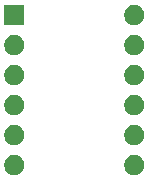
<source format=gbr>
G04 #@! TF.GenerationSoftware,KiCad,Pcbnew,(5.1.5)-3*
G04 #@! TF.CreationDate,2020-05-06T05:02:29-04:00*
G04 #@! TF.ProjectId,pi1541translator,70693135-3431-4747-9261-6e736c61746f,rev?*
G04 #@! TF.SameCoordinates,Original*
G04 #@! TF.FileFunction,Soldermask,Bot*
G04 #@! TF.FilePolarity,Negative*
%FSLAX46Y46*%
G04 Gerber Fmt 4.6, Leading zero omitted, Abs format (unit mm)*
G04 Created by KiCad (PCBNEW (5.1.5)-3) date 2020-05-06 05:02:29*
%MOMM*%
%LPD*%
G04 APERTURE LIST*
%ADD10C,0.100000*%
G04 APERTURE END LIST*
D10*
G36*
X144516729Y-54867704D02*
G01*
X144671601Y-54931854D01*
X144810982Y-55024986D01*
X144929516Y-55143520D01*
X145022648Y-55282901D01*
X145086798Y-55437773D01*
X145119501Y-55602185D01*
X145119501Y-55769817D01*
X145086798Y-55934229D01*
X145022648Y-56089101D01*
X144929516Y-56228482D01*
X144810982Y-56347016D01*
X144671601Y-56440148D01*
X144516729Y-56504298D01*
X144352317Y-56537001D01*
X144184685Y-56537001D01*
X144020273Y-56504298D01*
X143865401Y-56440148D01*
X143726020Y-56347016D01*
X143607486Y-56228482D01*
X143514354Y-56089101D01*
X143450204Y-55934229D01*
X143417501Y-55769817D01*
X143417501Y-55602185D01*
X143450204Y-55437773D01*
X143514354Y-55282901D01*
X143607486Y-55143520D01*
X143726020Y-55024986D01*
X143865401Y-54931854D01*
X144020273Y-54867704D01*
X144184685Y-54835001D01*
X144352317Y-54835001D01*
X144516729Y-54867704D01*
G37*
G36*
X154676729Y-54867704D02*
G01*
X154831601Y-54931854D01*
X154970982Y-55024986D01*
X155089516Y-55143520D01*
X155182648Y-55282901D01*
X155246798Y-55437773D01*
X155279501Y-55602185D01*
X155279501Y-55769817D01*
X155246798Y-55934229D01*
X155182648Y-56089101D01*
X155089516Y-56228482D01*
X154970982Y-56347016D01*
X154831601Y-56440148D01*
X154676729Y-56504298D01*
X154512317Y-56537001D01*
X154344685Y-56537001D01*
X154180273Y-56504298D01*
X154025401Y-56440148D01*
X153886020Y-56347016D01*
X153767486Y-56228482D01*
X153674354Y-56089101D01*
X153610204Y-55934229D01*
X153577501Y-55769817D01*
X153577501Y-55602185D01*
X153610204Y-55437773D01*
X153674354Y-55282901D01*
X153767486Y-55143520D01*
X153886020Y-55024986D01*
X154025401Y-54931854D01*
X154180273Y-54867704D01*
X154344685Y-54835001D01*
X154512317Y-54835001D01*
X154676729Y-54867704D01*
G37*
G36*
X154676729Y-52327704D02*
G01*
X154831601Y-52391854D01*
X154970982Y-52484986D01*
X155089516Y-52603520D01*
X155182648Y-52742901D01*
X155246798Y-52897773D01*
X155279501Y-53062185D01*
X155279501Y-53229817D01*
X155246798Y-53394229D01*
X155182648Y-53549101D01*
X155089516Y-53688482D01*
X154970982Y-53807016D01*
X154831601Y-53900148D01*
X154676729Y-53964298D01*
X154512317Y-53997001D01*
X154344685Y-53997001D01*
X154180273Y-53964298D01*
X154025401Y-53900148D01*
X153886020Y-53807016D01*
X153767486Y-53688482D01*
X153674354Y-53549101D01*
X153610204Y-53394229D01*
X153577501Y-53229817D01*
X153577501Y-53062185D01*
X153610204Y-52897773D01*
X153674354Y-52742901D01*
X153767486Y-52603520D01*
X153886020Y-52484986D01*
X154025401Y-52391854D01*
X154180273Y-52327704D01*
X154344685Y-52295001D01*
X154512317Y-52295001D01*
X154676729Y-52327704D01*
G37*
G36*
X144516729Y-52327704D02*
G01*
X144671601Y-52391854D01*
X144810982Y-52484986D01*
X144929516Y-52603520D01*
X145022648Y-52742901D01*
X145086798Y-52897773D01*
X145119501Y-53062185D01*
X145119501Y-53229817D01*
X145086798Y-53394229D01*
X145022648Y-53549101D01*
X144929516Y-53688482D01*
X144810982Y-53807016D01*
X144671601Y-53900148D01*
X144516729Y-53964298D01*
X144352317Y-53997001D01*
X144184685Y-53997001D01*
X144020273Y-53964298D01*
X143865401Y-53900148D01*
X143726020Y-53807016D01*
X143607486Y-53688482D01*
X143514354Y-53549101D01*
X143450204Y-53394229D01*
X143417501Y-53229817D01*
X143417501Y-53062185D01*
X143450204Y-52897773D01*
X143514354Y-52742901D01*
X143607486Y-52603520D01*
X143726020Y-52484986D01*
X143865401Y-52391854D01*
X144020273Y-52327704D01*
X144184685Y-52295001D01*
X144352317Y-52295001D01*
X144516729Y-52327704D01*
G37*
G36*
X144516729Y-49787704D02*
G01*
X144671601Y-49851854D01*
X144810982Y-49944986D01*
X144929516Y-50063520D01*
X145022648Y-50202901D01*
X145086798Y-50357773D01*
X145119501Y-50522185D01*
X145119501Y-50689817D01*
X145086798Y-50854229D01*
X145022648Y-51009101D01*
X144929516Y-51148482D01*
X144810982Y-51267016D01*
X144671601Y-51360148D01*
X144516729Y-51424298D01*
X144352317Y-51457001D01*
X144184685Y-51457001D01*
X144020273Y-51424298D01*
X143865401Y-51360148D01*
X143726020Y-51267016D01*
X143607486Y-51148482D01*
X143514354Y-51009101D01*
X143450204Y-50854229D01*
X143417501Y-50689817D01*
X143417501Y-50522185D01*
X143450204Y-50357773D01*
X143514354Y-50202901D01*
X143607486Y-50063520D01*
X143726020Y-49944986D01*
X143865401Y-49851854D01*
X144020273Y-49787704D01*
X144184685Y-49755001D01*
X144352317Y-49755001D01*
X144516729Y-49787704D01*
G37*
G36*
X154676729Y-49787704D02*
G01*
X154831601Y-49851854D01*
X154970982Y-49944986D01*
X155089516Y-50063520D01*
X155182648Y-50202901D01*
X155246798Y-50357773D01*
X155279501Y-50522185D01*
X155279501Y-50689817D01*
X155246798Y-50854229D01*
X155182648Y-51009101D01*
X155089516Y-51148482D01*
X154970982Y-51267016D01*
X154831601Y-51360148D01*
X154676729Y-51424298D01*
X154512317Y-51457001D01*
X154344685Y-51457001D01*
X154180273Y-51424298D01*
X154025401Y-51360148D01*
X153886020Y-51267016D01*
X153767486Y-51148482D01*
X153674354Y-51009101D01*
X153610204Y-50854229D01*
X153577501Y-50689817D01*
X153577501Y-50522185D01*
X153610204Y-50357773D01*
X153674354Y-50202901D01*
X153767486Y-50063520D01*
X153886020Y-49944986D01*
X154025401Y-49851854D01*
X154180273Y-49787704D01*
X154344685Y-49755001D01*
X154512317Y-49755001D01*
X154676729Y-49787704D01*
G37*
G36*
X154676729Y-47247704D02*
G01*
X154831601Y-47311854D01*
X154970982Y-47404986D01*
X155089516Y-47523520D01*
X155182648Y-47662901D01*
X155246798Y-47817773D01*
X155279501Y-47982185D01*
X155279501Y-48149817D01*
X155246798Y-48314229D01*
X155182648Y-48469101D01*
X155089516Y-48608482D01*
X154970982Y-48727016D01*
X154831601Y-48820148D01*
X154676729Y-48884298D01*
X154512317Y-48917001D01*
X154344685Y-48917001D01*
X154180273Y-48884298D01*
X154025401Y-48820148D01*
X153886020Y-48727016D01*
X153767486Y-48608482D01*
X153674354Y-48469101D01*
X153610204Y-48314229D01*
X153577501Y-48149817D01*
X153577501Y-47982185D01*
X153610204Y-47817773D01*
X153674354Y-47662901D01*
X153767486Y-47523520D01*
X153886020Y-47404986D01*
X154025401Y-47311854D01*
X154180273Y-47247704D01*
X154344685Y-47215001D01*
X154512317Y-47215001D01*
X154676729Y-47247704D01*
G37*
G36*
X144516729Y-47247704D02*
G01*
X144671601Y-47311854D01*
X144810982Y-47404986D01*
X144929516Y-47523520D01*
X145022648Y-47662901D01*
X145086798Y-47817773D01*
X145119501Y-47982185D01*
X145119501Y-48149817D01*
X145086798Y-48314229D01*
X145022648Y-48469101D01*
X144929516Y-48608482D01*
X144810982Y-48727016D01*
X144671601Y-48820148D01*
X144516729Y-48884298D01*
X144352317Y-48917001D01*
X144184685Y-48917001D01*
X144020273Y-48884298D01*
X143865401Y-48820148D01*
X143726020Y-48727016D01*
X143607486Y-48608482D01*
X143514354Y-48469101D01*
X143450204Y-48314229D01*
X143417501Y-48149817D01*
X143417501Y-47982185D01*
X143450204Y-47817773D01*
X143514354Y-47662901D01*
X143607486Y-47523520D01*
X143726020Y-47404986D01*
X143865401Y-47311854D01*
X144020273Y-47247704D01*
X144184685Y-47215001D01*
X144352317Y-47215001D01*
X144516729Y-47247704D01*
G37*
G36*
X154676729Y-44707704D02*
G01*
X154831601Y-44771854D01*
X154970982Y-44864986D01*
X155089516Y-44983520D01*
X155182648Y-45122901D01*
X155246798Y-45277773D01*
X155279501Y-45442185D01*
X155279501Y-45609817D01*
X155246798Y-45774229D01*
X155182648Y-45929101D01*
X155089516Y-46068482D01*
X154970982Y-46187016D01*
X154831601Y-46280148D01*
X154676729Y-46344298D01*
X154512317Y-46377001D01*
X154344685Y-46377001D01*
X154180273Y-46344298D01*
X154025401Y-46280148D01*
X153886020Y-46187016D01*
X153767486Y-46068482D01*
X153674354Y-45929101D01*
X153610204Y-45774229D01*
X153577501Y-45609817D01*
X153577501Y-45442185D01*
X153610204Y-45277773D01*
X153674354Y-45122901D01*
X153767486Y-44983520D01*
X153886020Y-44864986D01*
X154025401Y-44771854D01*
X154180273Y-44707704D01*
X154344685Y-44675001D01*
X154512317Y-44675001D01*
X154676729Y-44707704D01*
G37*
G36*
X144516729Y-44707704D02*
G01*
X144671601Y-44771854D01*
X144810982Y-44864986D01*
X144929516Y-44983520D01*
X145022648Y-45122901D01*
X145086798Y-45277773D01*
X145119501Y-45442185D01*
X145119501Y-45609817D01*
X145086798Y-45774229D01*
X145022648Y-45929101D01*
X144929516Y-46068482D01*
X144810982Y-46187016D01*
X144671601Y-46280148D01*
X144516729Y-46344298D01*
X144352317Y-46377001D01*
X144184685Y-46377001D01*
X144020273Y-46344298D01*
X143865401Y-46280148D01*
X143726020Y-46187016D01*
X143607486Y-46068482D01*
X143514354Y-45929101D01*
X143450204Y-45774229D01*
X143417501Y-45609817D01*
X143417501Y-45442185D01*
X143450204Y-45277773D01*
X143514354Y-45122901D01*
X143607486Y-44983520D01*
X143726020Y-44864986D01*
X143865401Y-44771854D01*
X144020273Y-44707704D01*
X144184685Y-44675001D01*
X144352317Y-44675001D01*
X144516729Y-44707704D01*
G37*
G36*
X154676729Y-42167704D02*
G01*
X154831601Y-42231854D01*
X154970982Y-42324986D01*
X155089516Y-42443520D01*
X155182648Y-42582901D01*
X155246798Y-42737773D01*
X155279501Y-42902185D01*
X155279501Y-43069817D01*
X155246798Y-43234229D01*
X155182648Y-43389101D01*
X155089516Y-43528482D01*
X154970982Y-43647016D01*
X154831601Y-43740148D01*
X154676729Y-43804298D01*
X154512317Y-43837001D01*
X154344685Y-43837001D01*
X154180273Y-43804298D01*
X154025401Y-43740148D01*
X153886020Y-43647016D01*
X153767486Y-43528482D01*
X153674354Y-43389101D01*
X153610204Y-43234229D01*
X153577501Y-43069817D01*
X153577501Y-42902185D01*
X153610204Y-42737773D01*
X153674354Y-42582901D01*
X153767486Y-42443520D01*
X153886020Y-42324986D01*
X154025401Y-42231854D01*
X154180273Y-42167704D01*
X154344685Y-42135001D01*
X154512317Y-42135001D01*
X154676729Y-42167704D01*
G37*
G36*
X145119501Y-43837001D02*
G01*
X143417501Y-43837001D01*
X143417501Y-42135001D01*
X145119501Y-42135001D01*
X145119501Y-43837001D01*
G37*
M02*

</source>
